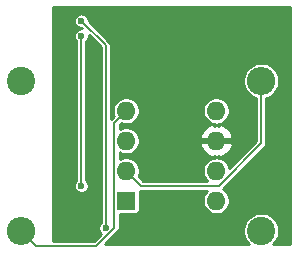
<source format=gbr>
%TF.GenerationSoftware,KiCad,Pcbnew,(5.1.6)-1*%
%TF.CreationDate,2020-07-16T10:06:32+01:00*%
%TF.ProjectId,Jag_Speedy_VRConditioner,4a61675f-5370-4656-9564-795f5652436f,rev?*%
%TF.SameCoordinates,Original*%
%TF.FileFunction,Copper,L2,Bot*%
%TF.FilePolarity,Positive*%
%FSLAX46Y46*%
G04 Gerber Fmt 4.6, Leading zero omitted, Abs format (unit mm)*
G04 Created by KiCad (PCBNEW (5.1.6)-1) date 2020-07-16 10:06:32*
%MOMM*%
%LPD*%
G01*
G04 APERTURE LIST*
%TA.AperFunction,ComponentPad*%
%ADD10O,2.400000X2.400000*%
%TD*%
%TA.AperFunction,ComponentPad*%
%ADD11C,2.400000*%
%TD*%
%TA.AperFunction,ComponentPad*%
%ADD12O,1.600000X1.600000*%
%TD*%
%TA.AperFunction,ComponentPad*%
%ADD13R,1.600000X1.600000*%
%TD*%
%TA.AperFunction,ViaPad*%
%ADD14C,0.600000*%
%TD*%
%TA.AperFunction,ViaPad*%
%ADD15C,0.800000*%
%TD*%
%TA.AperFunction,Conductor*%
%ADD16C,0.200000*%
%TD*%
%TA.AperFunction,Conductor*%
%ADD17C,0.254000*%
%TD*%
G04 APERTURE END LIST*
D10*
%TO.P,R8,2*%
%TO.N,VR2-*%
X134620000Y-97790000D03*
D11*
%TO.P,R8,1*%
%TO.N,VR2+*%
X134620000Y-85090000D03*
%TD*%
D10*
%TO.P,R7,2*%
%TO.N,VR1+*%
X154940000Y-85090000D03*
D11*
%TO.P,R7,1*%
%TO.N,VR1-*%
X154940000Y-97790000D03*
%TD*%
D12*
%TO.P,J1,8*%
%TO.N,Output1*%
X151130000Y-95250000D03*
%TO.P,J1,4*%
%TO.N,VR2-*%
X143510000Y-87630000D03*
%TO.P,J1,7*%
%TO.N,Output2*%
X151130000Y-92710000D03*
%TO.P,J1,3*%
%TO.N,VR2+*%
X143510000Y-90170000D03*
%TO.P,J1,6*%
%TO.N,Ground*%
X151130000Y-90170000D03*
%TO.P,J1,2*%
%TO.N,VR1+*%
X143510000Y-92710000D03*
%TO.P,J1,5*%
%TO.N,5V*%
X151130000Y-87630000D03*
D13*
%TO.P,J1,1*%
%TO.N,VR1-*%
X143510000Y-95250000D03*
%TD*%
D14*
%TO.N,Net-(C1-Pad2)*%
X139700000Y-80010000D03*
X141771433Y-97551446D03*
%TO.N,Net-(C1-Pad1)*%
X139700000Y-81280000D03*
X139700000Y-93980000D03*
D15*
%TO.N,Ground*%
X138430000Y-85090000D03*
X148590000Y-82550000D03*
%TD*%
D16*
%TO.N,Net-(C1-Pad2)*%
X139700000Y-80010000D02*
X141771433Y-82081433D01*
X141771433Y-82081433D02*
X141771433Y-97551446D01*
%TO.N,Net-(C1-Pad1)*%
X139700000Y-81280000D02*
X139700000Y-93980000D01*
%TO.N,VR2-*%
X140970000Y-99060000D02*
X135890000Y-99060000D01*
X135890000Y-99060000D02*
X134620000Y-97790000D01*
X142509999Y-97520001D02*
X140970000Y-99060000D01*
X143510000Y-87630000D02*
X142509999Y-88630001D01*
X142509999Y-88630001D02*
X142509999Y-97520001D01*
%TO.N,VR1+*%
X154940000Y-90380002D02*
X151340002Y-93980000D01*
X154940000Y-85090000D02*
X154940000Y-90380002D01*
X144780000Y-93980000D02*
X143510000Y-92710000D01*
X151340002Y-93980000D02*
X144780000Y-93980000D01*
%TD*%
D17*
%TO.N,Ground*%
G36*
X157353000Y-98933000D02*
G01*
X155956505Y-98933000D01*
X156126099Y-98763406D01*
X156293210Y-98513306D01*
X156408319Y-98235410D01*
X156467000Y-97940396D01*
X156467000Y-97639604D01*
X156408319Y-97344590D01*
X156293210Y-97066694D01*
X156126099Y-96816594D01*
X155913406Y-96603901D01*
X155663306Y-96436790D01*
X155385410Y-96321681D01*
X155090396Y-96263000D01*
X154789604Y-96263000D01*
X154494590Y-96321681D01*
X154216694Y-96436790D01*
X153966594Y-96603901D01*
X153753901Y-96816594D01*
X153586790Y-97066694D01*
X153471681Y-97344590D01*
X153413000Y-97639604D01*
X153413000Y-97940396D01*
X153471681Y-98235410D01*
X153586790Y-98513306D01*
X153753901Y-98763406D01*
X153923495Y-98933000D01*
X141700868Y-98933000D01*
X142797104Y-97836765D01*
X142813394Y-97823396D01*
X142826763Y-97807106D01*
X142826766Y-97807103D01*
X142866754Y-97758378D01*
X142906403Y-97684198D01*
X142906404Y-97684197D01*
X142930821Y-97603708D01*
X142936999Y-97540979D01*
X142936999Y-97540959D01*
X142939063Y-97520002D01*
X142936999Y-97499045D01*
X142936999Y-96378582D01*
X144310000Y-96378582D01*
X144374103Y-96372268D01*
X144435743Y-96353570D01*
X144492550Y-96323206D01*
X144542343Y-96282343D01*
X144583206Y-96232550D01*
X144613570Y-96175743D01*
X144632268Y-96114103D01*
X144638582Y-96050000D01*
X144638582Y-94450000D01*
X144632268Y-94385897D01*
X144630765Y-94380944D01*
X144696293Y-94400822D01*
X144759022Y-94407000D01*
X144759032Y-94407000D01*
X144779999Y-94409065D01*
X144800966Y-94407000D01*
X150379181Y-94407000D01*
X150254602Y-94531579D01*
X150131266Y-94716165D01*
X150046310Y-94921266D01*
X150003000Y-95139000D01*
X150003000Y-95361000D01*
X150046310Y-95578734D01*
X150131266Y-95783835D01*
X150254602Y-95968421D01*
X150411579Y-96125398D01*
X150596165Y-96248734D01*
X150801266Y-96333690D01*
X151019000Y-96377000D01*
X151241000Y-96377000D01*
X151458734Y-96333690D01*
X151663835Y-96248734D01*
X151848421Y-96125398D01*
X152005398Y-95968421D01*
X152128734Y-95783835D01*
X152213690Y-95578734D01*
X152257000Y-95361000D01*
X152257000Y-95139000D01*
X152213690Y-94921266D01*
X152128734Y-94716165D01*
X152005398Y-94531579D01*
X151848421Y-94374602D01*
X151669092Y-94254778D01*
X155227105Y-90696766D01*
X155243395Y-90683397D01*
X155256764Y-90667107D01*
X155256768Y-90667103D01*
X155296755Y-90618379D01*
X155336404Y-90544199D01*
X155336405Y-90544198D01*
X155360822Y-90463709D01*
X155367000Y-90400980D01*
X155367000Y-90400969D01*
X155369065Y-90380002D01*
X155367000Y-90359035D01*
X155367000Y-86561981D01*
X155385410Y-86558319D01*
X155663306Y-86443210D01*
X155913406Y-86276099D01*
X156126099Y-86063406D01*
X156293210Y-85813306D01*
X156408319Y-85535410D01*
X156467000Y-85240396D01*
X156467000Y-84939604D01*
X156408319Y-84644590D01*
X156293210Y-84366694D01*
X156126099Y-84116594D01*
X155913406Y-83903901D01*
X155663306Y-83736790D01*
X155385410Y-83621681D01*
X155090396Y-83563000D01*
X154789604Y-83563000D01*
X154494590Y-83621681D01*
X154216694Y-83736790D01*
X153966594Y-83903901D01*
X153753901Y-84116594D01*
X153586790Y-84366694D01*
X153471681Y-84644590D01*
X153413000Y-84939604D01*
X153413000Y-85240396D01*
X153471681Y-85535410D01*
X153586790Y-85813306D01*
X153753901Y-86063406D01*
X153966594Y-86276099D01*
X154216694Y-86443210D01*
X154494590Y-86558319D01*
X154513000Y-86561981D01*
X154513001Y-90203132D01*
X152233795Y-92482339D01*
X152213690Y-92381266D01*
X152128734Y-92176165D01*
X152005398Y-91991579D01*
X151848421Y-91834602D01*
X151663835Y-91711266D01*
X151458734Y-91626310D01*
X151257002Y-91586183D01*
X151257002Y-91440625D01*
X151479040Y-91561909D01*
X151743881Y-91467070D01*
X151985131Y-91322385D01*
X152193519Y-91133414D01*
X152361037Y-90907420D01*
X152481246Y-90653087D01*
X152521904Y-90519039D01*
X152399915Y-90297000D01*
X151257000Y-90297000D01*
X151257000Y-90317000D01*
X151003000Y-90317000D01*
X151003000Y-90297000D01*
X149860085Y-90297000D01*
X149738096Y-90519039D01*
X149778754Y-90653087D01*
X149898963Y-90907420D01*
X150066481Y-91133414D01*
X150274869Y-91322385D01*
X150516119Y-91467070D01*
X150780960Y-91561909D01*
X151002998Y-91440625D01*
X151002998Y-91586183D01*
X150801266Y-91626310D01*
X150596165Y-91711266D01*
X150411579Y-91834602D01*
X150254602Y-91991579D01*
X150131266Y-92176165D01*
X150046310Y-92381266D01*
X150003000Y-92599000D01*
X150003000Y-92821000D01*
X150046310Y-93038734D01*
X150131266Y-93243835D01*
X150254602Y-93428421D01*
X150379181Y-93553000D01*
X144956870Y-93553000D01*
X144549438Y-93145568D01*
X144593690Y-93038734D01*
X144637000Y-92821000D01*
X144637000Y-92599000D01*
X144593690Y-92381266D01*
X144508734Y-92176165D01*
X144385398Y-91991579D01*
X144228421Y-91834602D01*
X144043835Y-91711266D01*
X143838734Y-91626310D01*
X143621000Y-91583000D01*
X143399000Y-91583000D01*
X143181266Y-91626310D01*
X142976165Y-91711266D01*
X142936999Y-91737436D01*
X142936999Y-91142564D01*
X142976165Y-91168734D01*
X143181266Y-91253690D01*
X143399000Y-91297000D01*
X143621000Y-91297000D01*
X143838734Y-91253690D01*
X144043835Y-91168734D01*
X144228421Y-91045398D01*
X144385398Y-90888421D01*
X144508734Y-90703835D01*
X144593690Y-90498734D01*
X144637000Y-90281000D01*
X144637000Y-90059000D01*
X144593690Y-89841266D01*
X144585280Y-89820961D01*
X149738096Y-89820961D01*
X149860085Y-90043000D01*
X151003000Y-90043000D01*
X151003000Y-90023000D01*
X151257000Y-90023000D01*
X151257000Y-90043000D01*
X152399915Y-90043000D01*
X152521904Y-89820961D01*
X152481246Y-89686913D01*
X152361037Y-89432580D01*
X152193519Y-89206586D01*
X151985131Y-89017615D01*
X151743881Y-88872930D01*
X151479040Y-88778091D01*
X151257002Y-88899375D01*
X151257002Y-88753817D01*
X151458734Y-88713690D01*
X151663835Y-88628734D01*
X151848421Y-88505398D01*
X152005398Y-88348421D01*
X152128734Y-88163835D01*
X152213690Y-87958734D01*
X152257000Y-87741000D01*
X152257000Y-87519000D01*
X152213690Y-87301266D01*
X152128734Y-87096165D01*
X152005398Y-86911579D01*
X151848421Y-86754602D01*
X151663835Y-86631266D01*
X151458734Y-86546310D01*
X151241000Y-86503000D01*
X151019000Y-86503000D01*
X150801266Y-86546310D01*
X150596165Y-86631266D01*
X150411579Y-86754602D01*
X150254602Y-86911579D01*
X150131266Y-87096165D01*
X150046310Y-87301266D01*
X150003000Y-87519000D01*
X150003000Y-87741000D01*
X150046310Y-87958734D01*
X150131266Y-88163835D01*
X150254602Y-88348421D01*
X150411579Y-88505398D01*
X150596165Y-88628734D01*
X150801266Y-88713690D01*
X151002998Y-88753817D01*
X151002998Y-88899375D01*
X150780960Y-88778091D01*
X150516119Y-88872930D01*
X150274869Y-89017615D01*
X150066481Y-89206586D01*
X149898963Y-89432580D01*
X149778754Y-89686913D01*
X149738096Y-89820961D01*
X144585280Y-89820961D01*
X144508734Y-89636165D01*
X144385398Y-89451579D01*
X144228421Y-89294602D01*
X144043835Y-89171266D01*
X143838734Y-89086310D01*
X143621000Y-89043000D01*
X143399000Y-89043000D01*
X143181266Y-89086310D01*
X142976165Y-89171266D01*
X142936999Y-89197436D01*
X142936999Y-88806869D01*
X143074431Y-88669437D01*
X143181266Y-88713690D01*
X143399000Y-88757000D01*
X143621000Y-88757000D01*
X143838734Y-88713690D01*
X144043835Y-88628734D01*
X144228421Y-88505398D01*
X144385398Y-88348421D01*
X144508734Y-88163835D01*
X144593690Y-87958734D01*
X144637000Y-87741000D01*
X144637000Y-87519000D01*
X144593690Y-87301266D01*
X144508734Y-87096165D01*
X144385398Y-86911579D01*
X144228421Y-86754602D01*
X144043835Y-86631266D01*
X143838734Y-86546310D01*
X143621000Y-86503000D01*
X143399000Y-86503000D01*
X143181266Y-86546310D01*
X142976165Y-86631266D01*
X142791579Y-86754602D01*
X142634602Y-86911579D01*
X142511266Y-87096165D01*
X142426310Y-87301266D01*
X142383000Y-87519000D01*
X142383000Y-87741000D01*
X142426310Y-87958734D01*
X142470563Y-88065569D01*
X142222899Y-88313233D01*
X142206604Y-88326606D01*
X142198433Y-88336562D01*
X142198433Y-82102400D01*
X142200498Y-82081433D01*
X142198433Y-82060466D01*
X142198433Y-82060455D01*
X142192255Y-81997726D01*
X142173521Y-81935970D01*
X142167838Y-81917236D01*
X142128189Y-81843056D01*
X142088201Y-81794332D01*
X142088197Y-81794328D01*
X142074828Y-81778038D01*
X142058539Y-81764670D01*
X140327000Y-80033132D01*
X140327000Y-79948246D01*
X140302905Y-79827111D01*
X140255640Y-79713004D01*
X140187023Y-79610311D01*
X140099689Y-79522977D01*
X139996996Y-79454360D01*
X139882889Y-79407095D01*
X139761754Y-79383000D01*
X139638246Y-79383000D01*
X139517111Y-79407095D01*
X139403004Y-79454360D01*
X139300311Y-79522977D01*
X139212977Y-79610311D01*
X139144360Y-79713004D01*
X139097095Y-79827111D01*
X139073000Y-79948246D01*
X139073000Y-80071754D01*
X139097095Y-80192889D01*
X139144360Y-80306996D01*
X139212977Y-80409689D01*
X139300311Y-80497023D01*
X139403004Y-80565640D01*
X139517111Y-80612905D01*
X139638246Y-80637000D01*
X139723132Y-80637000D01*
X139739132Y-80653000D01*
X139638246Y-80653000D01*
X139517111Y-80677095D01*
X139403004Y-80724360D01*
X139300311Y-80792977D01*
X139212977Y-80880311D01*
X139144360Y-80983004D01*
X139097095Y-81097111D01*
X139073000Y-81218246D01*
X139073000Y-81341754D01*
X139097095Y-81462889D01*
X139144360Y-81576996D01*
X139212977Y-81679689D01*
X139273000Y-81739712D01*
X139273001Y-93520287D01*
X139212977Y-93580311D01*
X139144360Y-93683004D01*
X139097095Y-93797111D01*
X139073000Y-93918246D01*
X139073000Y-94041754D01*
X139097095Y-94162889D01*
X139144360Y-94276996D01*
X139212977Y-94379689D01*
X139300311Y-94467023D01*
X139403004Y-94535640D01*
X139517111Y-94582905D01*
X139638246Y-94607000D01*
X139761754Y-94607000D01*
X139882889Y-94582905D01*
X139996996Y-94535640D01*
X140099689Y-94467023D01*
X140187023Y-94379689D01*
X140255640Y-94276996D01*
X140302905Y-94162889D01*
X140327000Y-94041754D01*
X140327000Y-93918246D01*
X140302905Y-93797111D01*
X140255640Y-93683004D01*
X140187023Y-93580311D01*
X140127000Y-93520288D01*
X140127000Y-81739712D01*
X140187023Y-81679689D01*
X140255640Y-81576996D01*
X140302905Y-81462889D01*
X140327000Y-81341754D01*
X140327000Y-81240868D01*
X141344433Y-82258302D01*
X141344434Y-97091733D01*
X141284410Y-97151757D01*
X141215793Y-97254450D01*
X141168528Y-97368557D01*
X141144433Y-97489692D01*
X141144433Y-97613200D01*
X141168528Y-97734335D01*
X141215793Y-97848442D01*
X141284410Y-97951135D01*
X141371744Y-98038469D01*
X141381286Y-98044845D01*
X140793132Y-98633000D01*
X137287000Y-98633000D01*
X137287000Y-78867000D01*
X157353000Y-78867000D01*
X157353000Y-98933000D01*
G37*
X157353000Y-98933000D02*
X155956505Y-98933000D01*
X156126099Y-98763406D01*
X156293210Y-98513306D01*
X156408319Y-98235410D01*
X156467000Y-97940396D01*
X156467000Y-97639604D01*
X156408319Y-97344590D01*
X156293210Y-97066694D01*
X156126099Y-96816594D01*
X155913406Y-96603901D01*
X155663306Y-96436790D01*
X155385410Y-96321681D01*
X155090396Y-96263000D01*
X154789604Y-96263000D01*
X154494590Y-96321681D01*
X154216694Y-96436790D01*
X153966594Y-96603901D01*
X153753901Y-96816594D01*
X153586790Y-97066694D01*
X153471681Y-97344590D01*
X153413000Y-97639604D01*
X153413000Y-97940396D01*
X153471681Y-98235410D01*
X153586790Y-98513306D01*
X153753901Y-98763406D01*
X153923495Y-98933000D01*
X141700868Y-98933000D01*
X142797104Y-97836765D01*
X142813394Y-97823396D01*
X142826763Y-97807106D01*
X142826766Y-97807103D01*
X142866754Y-97758378D01*
X142906403Y-97684198D01*
X142906404Y-97684197D01*
X142930821Y-97603708D01*
X142936999Y-97540979D01*
X142936999Y-97540959D01*
X142939063Y-97520002D01*
X142936999Y-97499045D01*
X142936999Y-96378582D01*
X144310000Y-96378582D01*
X144374103Y-96372268D01*
X144435743Y-96353570D01*
X144492550Y-96323206D01*
X144542343Y-96282343D01*
X144583206Y-96232550D01*
X144613570Y-96175743D01*
X144632268Y-96114103D01*
X144638582Y-96050000D01*
X144638582Y-94450000D01*
X144632268Y-94385897D01*
X144630765Y-94380944D01*
X144696293Y-94400822D01*
X144759022Y-94407000D01*
X144759032Y-94407000D01*
X144779999Y-94409065D01*
X144800966Y-94407000D01*
X150379181Y-94407000D01*
X150254602Y-94531579D01*
X150131266Y-94716165D01*
X150046310Y-94921266D01*
X150003000Y-95139000D01*
X150003000Y-95361000D01*
X150046310Y-95578734D01*
X150131266Y-95783835D01*
X150254602Y-95968421D01*
X150411579Y-96125398D01*
X150596165Y-96248734D01*
X150801266Y-96333690D01*
X151019000Y-96377000D01*
X151241000Y-96377000D01*
X151458734Y-96333690D01*
X151663835Y-96248734D01*
X151848421Y-96125398D01*
X152005398Y-95968421D01*
X152128734Y-95783835D01*
X152213690Y-95578734D01*
X152257000Y-95361000D01*
X152257000Y-95139000D01*
X152213690Y-94921266D01*
X152128734Y-94716165D01*
X152005398Y-94531579D01*
X151848421Y-94374602D01*
X151669092Y-94254778D01*
X155227105Y-90696766D01*
X155243395Y-90683397D01*
X155256764Y-90667107D01*
X155256768Y-90667103D01*
X155296755Y-90618379D01*
X155336404Y-90544199D01*
X155336405Y-90544198D01*
X155360822Y-90463709D01*
X155367000Y-90400980D01*
X155367000Y-90400969D01*
X155369065Y-90380002D01*
X155367000Y-90359035D01*
X155367000Y-86561981D01*
X155385410Y-86558319D01*
X155663306Y-86443210D01*
X155913406Y-86276099D01*
X156126099Y-86063406D01*
X156293210Y-85813306D01*
X156408319Y-85535410D01*
X156467000Y-85240396D01*
X156467000Y-84939604D01*
X156408319Y-84644590D01*
X156293210Y-84366694D01*
X156126099Y-84116594D01*
X155913406Y-83903901D01*
X155663306Y-83736790D01*
X155385410Y-83621681D01*
X155090396Y-83563000D01*
X154789604Y-83563000D01*
X154494590Y-83621681D01*
X154216694Y-83736790D01*
X153966594Y-83903901D01*
X153753901Y-84116594D01*
X153586790Y-84366694D01*
X153471681Y-84644590D01*
X153413000Y-84939604D01*
X153413000Y-85240396D01*
X153471681Y-85535410D01*
X153586790Y-85813306D01*
X153753901Y-86063406D01*
X153966594Y-86276099D01*
X154216694Y-86443210D01*
X154494590Y-86558319D01*
X154513000Y-86561981D01*
X154513001Y-90203132D01*
X152233795Y-92482339D01*
X152213690Y-92381266D01*
X152128734Y-92176165D01*
X152005398Y-91991579D01*
X151848421Y-91834602D01*
X151663835Y-91711266D01*
X151458734Y-91626310D01*
X151257002Y-91586183D01*
X151257002Y-91440625D01*
X151479040Y-91561909D01*
X151743881Y-91467070D01*
X151985131Y-91322385D01*
X152193519Y-91133414D01*
X152361037Y-90907420D01*
X152481246Y-90653087D01*
X152521904Y-90519039D01*
X152399915Y-90297000D01*
X151257000Y-90297000D01*
X151257000Y-90317000D01*
X151003000Y-90317000D01*
X151003000Y-90297000D01*
X149860085Y-90297000D01*
X149738096Y-90519039D01*
X149778754Y-90653087D01*
X149898963Y-90907420D01*
X150066481Y-91133414D01*
X150274869Y-91322385D01*
X150516119Y-91467070D01*
X150780960Y-91561909D01*
X151002998Y-91440625D01*
X151002998Y-91586183D01*
X150801266Y-91626310D01*
X150596165Y-91711266D01*
X150411579Y-91834602D01*
X150254602Y-91991579D01*
X150131266Y-92176165D01*
X150046310Y-92381266D01*
X150003000Y-92599000D01*
X150003000Y-92821000D01*
X150046310Y-93038734D01*
X150131266Y-93243835D01*
X150254602Y-93428421D01*
X150379181Y-93553000D01*
X144956870Y-93553000D01*
X144549438Y-93145568D01*
X144593690Y-93038734D01*
X144637000Y-92821000D01*
X144637000Y-92599000D01*
X144593690Y-92381266D01*
X144508734Y-92176165D01*
X144385398Y-91991579D01*
X144228421Y-91834602D01*
X144043835Y-91711266D01*
X143838734Y-91626310D01*
X143621000Y-91583000D01*
X143399000Y-91583000D01*
X143181266Y-91626310D01*
X142976165Y-91711266D01*
X142936999Y-91737436D01*
X142936999Y-91142564D01*
X142976165Y-91168734D01*
X143181266Y-91253690D01*
X143399000Y-91297000D01*
X143621000Y-91297000D01*
X143838734Y-91253690D01*
X144043835Y-91168734D01*
X144228421Y-91045398D01*
X144385398Y-90888421D01*
X144508734Y-90703835D01*
X144593690Y-90498734D01*
X144637000Y-90281000D01*
X144637000Y-90059000D01*
X144593690Y-89841266D01*
X144585280Y-89820961D01*
X149738096Y-89820961D01*
X149860085Y-90043000D01*
X151003000Y-90043000D01*
X151003000Y-90023000D01*
X151257000Y-90023000D01*
X151257000Y-90043000D01*
X152399915Y-90043000D01*
X152521904Y-89820961D01*
X152481246Y-89686913D01*
X152361037Y-89432580D01*
X152193519Y-89206586D01*
X151985131Y-89017615D01*
X151743881Y-88872930D01*
X151479040Y-88778091D01*
X151257002Y-88899375D01*
X151257002Y-88753817D01*
X151458734Y-88713690D01*
X151663835Y-88628734D01*
X151848421Y-88505398D01*
X152005398Y-88348421D01*
X152128734Y-88163835D01*
X152213690Y-87958734D01*
X152257000Y-87741000D01*
X152257000Y-87519000D01*
X152213690Y-87301266D01*
X152128734Y-87096165D01*
X152005398Y-86911579D01*
X151848421Y-86754602D01*
X151663835Y-86631266D01*
X151458734Y-86546310D01*
X151241000Y-86503000D01*
X151019000Y-86503000D01*
X150801266Y-86546310D01*
X150596165Y-86631266D01*
X150411579Y-86754602D01*
X150254602Y-86911579D01*
X150131266Y-87096165D01*
X150046310Y-87301266D01*
X150003000Y-87519000D01*
X150003000Y-87741000D01*
X150046310Y-87958734D01*
X150131266Y-88163835D01*
X150254602Y-88348421D01*
X150411579Y-88505398D01*
X150596165Y-88628734D01*
X150801266Y-88713690D01*
X151002998Y-88753817D01*
X151002998Y-88899375D01*
X150780960Y-88778091D01*
X150516119Y-88872930D01*
X150274869Y-89017615D01*
X150066481Y-89206586D01*
X149898963Y-89432580D01*
X149778754Y-89686913D01*
X149738096Y-89820961D01*
X144585280Y-89820961D01*
X144508734Y-89636165D01*
X144385398Y-89451579D01*
X144228421Y-89294602D01*
X144043835Y-89171266D01*
X143838734Y-89086310D01*
X143621000Y-89043000D01*
X143399000Y-89043000D01*
X143181266Y-89086310D01*
X142976165Y-89171266D01*
X142936999Y-89197436D01*
X142936999Y-88806869D01*
X143074431Y-88669437D01*
X143181266Y-88713690D01*
X143399000Y-88757000D01*
X143621000Y-88757000D01*
X143838734Y-88713690D01*
X144043835Y-88628734D01*
X144228421Y-88505398D01*
X144385398Y-88348421D01*
X144508734Y-88163835D01*
X144593690Y-87958734D01*
X144637000Y-87741000D01*
X144637000Y-87519000D01*
X144593690Y-87301266D01*
X144508734Y-87096165D01*
X144385398Y-86911579D01*
X144228421Y-86754602D01*
X144043835Y-86631266D01*
X143838734Y-86546310D01*
X143621000Y-86503000D01*
X143399000Y-86503000D01*
X143181266Y-86546310D01*
X142976165Y-86631266D01*
X142791579Y-86754602D01*
X142634602Y-86911579D01*
X142511266Y-87096165D01*
X142426310Y-87301266D01*
X142383000Y-87519000D01*
X142383000Y-87741000D01*
X142426310Y-87958734D01*
X142470563Y-88065569D01*
X142222899Y-88313233D01*
X142206604Y-88326606D01*
X142198433Y-88336562D01*
X142198433Y-82102400D01*
X142200498Y-82081433D01*
X142198433Y-82060466D01*
X142198433Y-82060455D01*
X142192255Y-81997726D01*
X142173521Y-81935970D01*
X142167838Y-81917236D01*
X142128189Y-81843056D01*
X142088201Y-81794332D01*
X142088197Y-81794328D01*
X142074828Y-81778038D01*
X142058539Y-81764670D01*
X140327000Y-80033132D01*
X140327000Y-79948246D01*
X140302905Y-79827111D01*
X140255640Y-79713004D01*
X140187023Y-79610311D01*
X140099689Y-79522977D01*
X139996996Y-79454360D01*
X139882889Y-79407095D01*
X139761754Y-79383000D01*
X139638246Y-79383000D01*
X139517111Y-79407095D01*
X139403004Y-79454360D01*
X139300311Y-79522977D01*
X139212977Y-79610311D01*
X139144360Y-79713004D01*
X139097095Y-79827111D01*
X139073000Y-79948246D01*
X139073000Y-80071754D01*
X139097095Y-80192889D01*
X139144360Y-80306996D01*
X139212977Y-80409689D01*
X139300311Y-80497023D01*
X139403004Y-80565640D01*
X139517111Y-80612905D01*
X139638246Y-80637000D01*
X139723132Y-80637000D01*
X139739132Y-80653000D01*
X139638246Y-80653000D01*
X139517111Y-80677095D01*
X139403004Y-80724360D01*
X139300311Y-80792977D01*
X139212977Y-80880311D01*
X139144360Y-80983004D01*
X139097095Y-81097111D01*
X139073000Y-81218246D01*
X139073000Y-81341754D01*
X139097095Y-81462889D01*
X139144360Y-81576996D01*
X139212977Y-81679689D01*
X139273000Y-81739712D01*
X139273001Y-93520287D01*
X139212977Y-93580311D01*
X139144360Y-93683004D01*
X139097095Y-93797111D01*
X139073000Y-93918246D01*
X139073000Y-94041754D01*
X139097095Y-94162889D01*
X139144360Y-94276996D01*
X139212977Y-94379689D01*
X139300311Y-94467023D01*
X139403004Y-94535640D01*
X139517111Y-94582905D01*
X139638246Y-94607000D01*
X139761754Y-94607000D01*
X139882889Y-94582905D01*
X139996996Y-94535640D01*
X140099689Y-94467023D01*
X140187023Y-94379689D01*
X140255640Y-94276996D01*
X140302905Y-94162889D01*
X140327000Y-94041754D01*
X140327000Y-93918246D01*
X140302905Y-93797111D01*
X140255640Y-93683004D01*
X140187023Y-93580311D01*
X140127000Y-93520288D01*
X140127000Y-81739712D01*
X140187023Y-81679689D01*
X140255640Y-81576996D01*
X140302905Y-81462889D01*
X140327000Y-81341754D01*
X140327000Y-81240868D01*
X141344433Y-82258302D01*
X141344434Y-97091733D01*
X141284410Y-97151757D01*
X141215793Y-97254450D01*
X141168528Y-97368557D01*
X141144433Y-97489692D01*
X141144433Y-97613200D01*
X141168528Y-97734335D01*
X141215793Y-97848442D01*
X141284410Y-97951135D01*
X141371744Y-98038469D01*
X141381286Y-98044845D01*
X140793132Y-98633000D01*
X137287000Y-98633000D01*
X137287000Y-78867000D01*
X157353000Y-78867000D01*
X157353000Y-98933000D01*
%TD*%
M02*

</source>
